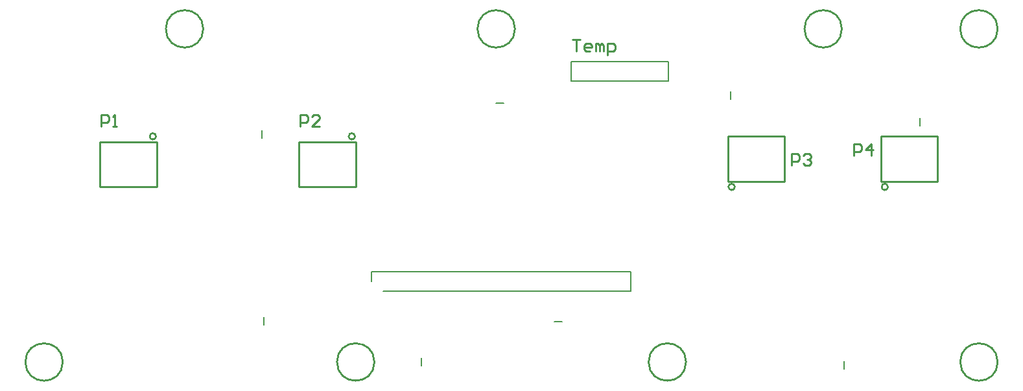
<source format=gto>
G04*
G04 #@! TF.GenerationSoftware,Altium Limited,Altium Designer,22.8.2 (66)*
G04*
G04 Layer_Color=65535*
%FSLAX44Y44*%
%MOMM*%
G71*
G04*
G04 #@! TF.SameCoordinates,A88769B3-AE7A-4E98-8DBA-C7F6B74A5C9B*
G04*
G04*
G04 #@! TF.FilePolarity,Positive*
G04*
G01*
G75*
%ADD10C,0.2540*%
%ADD11C,0.2000*%
D10*
X972123Y-322560D02*
G03*
X972123Y-322560I-4123J0D01*
G01*
X1172123D02*
G03*
X1172123Y-322560I-4123J0D01*
G01*
X216263Y-256560D02*
G03*
X216263Y-256560I-4123J0D01*
G01*
X476123D02*
G03*
X476123Y-256560I-4123J0D01*
G01*
X277929Y-116190D02*
G03*
X277929Y-116190I-24429J0D01*
G01*
X1315429Y-551190D02*
G03*
X1315429Y-551190I-24429J0D01*
G01*
Y-116190D02*
G03*
X1315429Y-116190I-24429J0D01*
G01*
X908429Y-551190D02*
G03*
X908429Y-551190I-24429J0D01*
G01*
X1111929Y-116190D02*
G03*
X1111929Y-116190I-24429J0D01*
G01*
X684929D02*
G03*
X684929Y-116190I-24429J0D01*
G01*
X501429Y-551190D02*
G03*
X501429Y-551190I-24429J0D01*
G01*
X94429D02*
G03*
X94429Y-551190I-24429J0D01*
G01*
X963000Y-315560D02*
X1037000D01*
X963000D02*
Y-256560D01*
X1037000D01*
Y-315560D02*
Y-256560D01*
X1163000Y-315560D02*
X1237000D01*
X1163000D02*
Y-256560D01*
X1237000D01*
Y-315560D02*
Y-256560D01*
X143140Y-263560D02*
X217140D01*
Y-322560D02*
Y-263560D01*
X143140Y-322560D02*
X217140D01*
X143140D02*
Y-263560D01*
X403000D02*
X477000D01*
Y-322560D02*
Y-263560D01*
X403000Y-322560D02*
X477000D01*
X403000D02*
Y-263560D01*
X1046484Y-294638D02*
Y-279403D01*
X1054102D01*
X1056641Y-281942D01*
Y-287020D01*
X1054102Y-289559D01*
X1046484D01*
X1061719Y-281942D02*
X1064258Y-279403D01*
X1069337D01*
X1071876Y-281942D01*
Y-284481D01*
X1069337Y-287020D01*
X1066797D01*
X1069337D01*
X1071876Y-289559D01*
Y-292098D01*
X1069337Y-294638D01*
X1064258D01*
X1061719Y-292098D01*
X759968Y-130053D02*
X770125D01*
X765046D01*
Y-145288D01*
X782821D02*
X777742D01*
X775203Y-142749D01*
Y-137670D01*
X777742Y-135131D01*
X782821D01*
X785360Y-137670D01*
Y-140210D01*
X775203D01*
X790438Y-145288D02*
Y-135131D01*
X792977D01*
X795517Y-137670D01*
Y-145288D01*
Y-137670D01*
X798056Y-135131D01*
X800595Y-137670D01*
Y-145288D01*
X805673Y-150366D02*
Y-135131D01*
X813291D01*
X815830Y-137670D01*
Y-142749D01*
X813291Y-145288D01*
X805673D01*
X1127764Y-281938D02*
Y-266702D01*
X1135382D01*
X1137921Y-269242D01*
Y-274320D01*
X1135382Y-276859D01*
X1127764D01*
X1150617Y-281938D02*
Y-266702D01*
X1142999Y-274320D01*
X1153156D01*
X404368Y-243586D02*
Y-228351D01*
X411986D01*
X414525Y-230890D01*
Y-235968D01*
X411986Y-238508D01*
X404368D01*
X429760Y-243586D02*
X419603D01*
X429760Y-233429D01*
Y-230890D01*
X427221Y-228351D01*
X422142D01*
X419603Y-230890D01*
X144526Y-243586D02*
Y-228351D01*
X152143D01*
X154683Y-230890D01*
Y-235968D01*
X152143Y-238508D01*
X144526D01*
X159761Y-243586D02*
X164839D01*
X162300D01*
Y-228351D01*
X159761Y-230890D01*
D11*
X885484Y-184270D02*
Y-158870D01*
X758484Y-184270D02*
X885484D01*
X758484Y-158870D02*
X885484D01*
X758484Y-184270D02*
Y-158870D01*
X736430Y-498300D02*
X746930D01*
X513080Y-458940D02*
X836580D01*
Y-433540D01*
X497880D02*
X836580D01*
X497880Y-446240D02*
Y-433540D01*
X354330Y-259250D02*
Y-248750D01*
X1115060Y-560240D02*
Y-549740D01*
X1213660Y-242740D02*
Y-232240D01*
X966470Y-208450D02*
Y-197950D01*
X660230Y-213360D02*
X670730D01*
X562610Y-556430D02*
Y-545930D01*
X356870Y-503090D02*
Y-492590D01*
M02*

</source>
